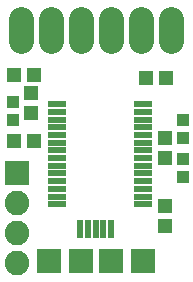
<source format=gts>
G75*
%MOIN*%
%OFA0B0*%
%FSLAX24Y24*%
%IPPOS*%
%LPD*%
%AMOC8*
5,1,8,0,0,1.08239X$1,22.5*
%
%ADD10C,0.0820*%
%ADD11R,0.0820X0.0820*%
%ADD12C,0.0820*%
%ADD13R,0.0513X0.0474*%
%ADD14R,0.0474X0.0513*%
%ADD15R,0.0395X0.0395*%
%ADD16R,0.0218X0.0631*%
%ADD17R,0.0789X0.0828*%
%ADD18R,0.0828X0.0828*%
%ADD19R,0.0630X0.0217*%
D10*
X000905Y008538D02*
X000905Y009278D01*
X001905Y009278D02*
X001905Y008538D01*
X002905Y008538D02*
X002905Y009278D01*
X003905Y009278D02*
X003905Y008538D01*
X004905Y008538D02*
X004905Y009278D01*
X005905Y009278D02*
X005905Y008538D01*
D11*
X000774Y004154D03*
D12*
X000774Y001154D03*
X000774Y002154D03*
X000774Y003154D03*
D13*
X000669Y005228D03*
X001338Y005228D03*
X001338Y007428D03*
X000669Y007428D03*
X005069Y007328D03*
X005738Y007328D03*
D14*
X005703Y005312D03*
X005703Y004643D03*
X005703Y003062D03*
X005703Y002393D03*
X001253Y006143D03*
X001253Y006812D03*
D15*
X000653Y006523D03*
X000653Y005932D03*
X006303Y005923D03*
X006303Y005332D03*
X006303Y004623D03*
X006303Y004032D03*
D16*
X003915Y002271D03*
X003659Y002271D03*
X003403Y002271D03*
X003148Y002271D03*
X002892Y002271D03*
D17*
X001829Y001228D03*
X004978Y001228D03*
D18*
X003903Y001228D03*
X002903Y001228D03*
D19*
X002114Y003114D03*
X002114Y003370D03*
X002114Y003626D03*
X002114Y003882D03*
X002114Y004138D03*
X002114Y004394D03*
X002114Y004650D03*
X002114Y004906D03*
X002114Y005161D03*
X002114Y005417D03*
X002114Y005673D03*
X002114Y005929D03*
X002114Y006185D03*
X002114Y006441D03*
X004993Y006441D03*
X004993Y006185D03*
X004993Y005929D03*
X004993Y005673D03*
X004993Y005417D03*
X004993Y005161D03*
X004993Y004906D03*
X004993Y004650D03*
X004993Y004394D03*
X004993Y004138D03*
X004993Y003882D03*
X004993Y003626D03*
X004993Y003370D03*
X004993Y003114D03*
M02*

</source>
